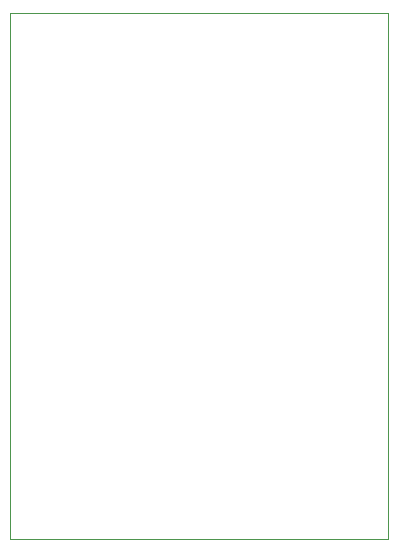
<source format=gbr>
%TF.GenerationSoftware,KiCad,Pcbnew,9.0.7*%
%TF.CreationDate,2026-02-17T16:21:14-05:00*%
%TF.ProjectId,Blind Spot,426c696e-6420-4537-906f-742e6b696361,rev?*%
%TF.SameCoordinates,Original*%
%TF.FileFunction,Profile,NP*%
%FSLAX46Y46*%
G04 Gerber Fmt 4.6, Leading zero omitted, Abs format (unit mm)*
G04 Created by KiCad (PCBNEW 9.0.7) date 2026-02-17 16:21:14*
%MOMM*%
%LPD*%
G01*
G04 APERTURE LIST*
%TA.AperFunction,Profile*%
%ADD10C,0.050000*%
%TD*%
G04 APERTURE END LIST*
D10*
X129500000Y-70000000D02*
X161500000Y-70000000D01*
X161500000Y-70000000D02*
X161500000Y-114500000D01*
X129500000Y-70500000D02*
X129500000Y-110500000D01*
X129500000Y-114500000D02*
X129500000Y-110500000D01*
X161500000Y-114500000D02*
X129500000Y-114500000D01*
X129500000Y-70000000D02*
X129500000Y-70500000D01*
M02*

</source>
